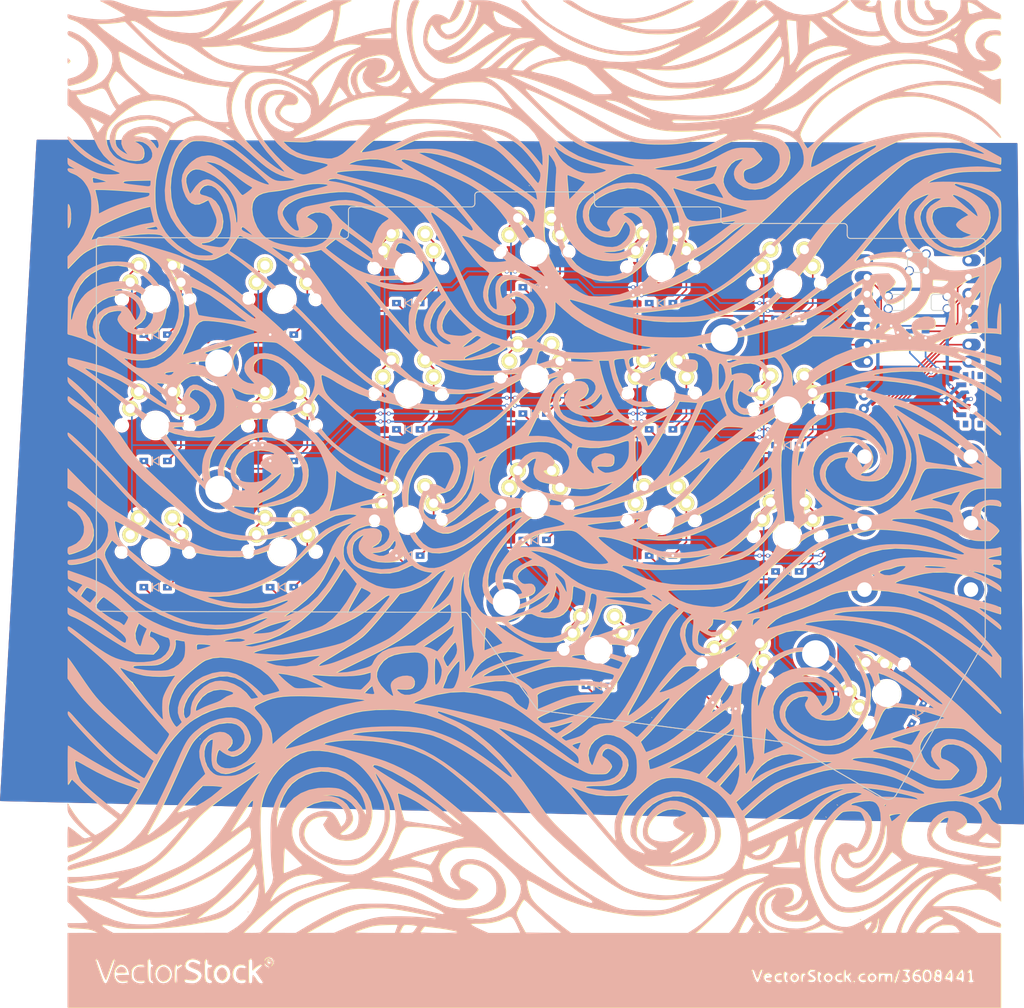
<source format=kicad_pcb>
(kicad_pcb (version 20221018) (generator pcbnew)
  (title_block (title "Corne Chocolate") (date "2018-11-17") (rev "2.1") (company "foostan"))
  (layers (0 "F.Cu" signal) (31 "B.Cu" signal) (34 "B.Paste" user) (35 "F.Paste" user) (36 "B.SilkS" user "B.Silkscreen") (37 "F.SilkS" user "F.Silkscreen") (38 "B.Mask" user) (39 "F.Mask" user) (44 "Edge.Cuts" user))
  (net 0 "")
  (net 1 "row0")
  (net 2 "Net-(D1-A)")
  (net 3 "row1")
  (net 4 "row2")
  (net 5 "row3")
  (net 6 "Net-(D2-A)")
  (net 7 "Net-(D3-A)")
  (net 8 "Net-(D4-A)")
  (net 9 "col0")
  (net 10 "col1")
  (net 11 "col2")
  (net 12 "col3")
  (net 13 "col4")
  (net 14 "col5")
  (net 15 "Net-(D5-A)")
  (net 16 "Net-(D6-A)")
  (net 17 "Net-(D7-A)")
  (net 18 "Net-(D8-A)")
  (net 19 "Net-(D9-A)")
  (net 20 "Net-(D10-A)")
  (net 21 "Net-(D11-A)")
  (net 22 "Net-(D12-A)")
  (net 23 "Net-(D13-A)")
  (net 24 "Net-(D14-A)")
  (net 25 "Net-(D15-A)")
  (net 26 "Net-(D16-A)")
  (net 27 "Net-(D17-A)")
  (net 28 "Net-(D18-A)")
  (net 29 "Net-(D19-A)")
  (net 30 "Net-(D20-A)")
  (net 31 "Net-(D21-A)")
  (net 39 "bat+")
  (net 40 "switch")
  (net 41 "GND")
  (footprint "asdf:D3_TH_SMD" (layer "F.Cu") (at 89 82.46875)
    (fp_text reference "D2" hide)
    (fp_text value "D" hide)
  )
  (footprint "asdf:D3_TH_SMD" (layer "F.Cu") (at 108 77.71875)
    (fp_text reference "D3" hide)
    (fp_text value "D" hide)
  )
  (footprint "asdf:D3_TH_SMD" (layer "F.Cu") (at 127 75.34375)
    (fp_text reference "D4" hide)
    (fp_text value "D" hide)
  )
  (footprint "asdf:D3_TH_SMD" (layer "F.Cu") (at 146 77.71875)
    (fp_text reference "D5" hide)
    (fp_text value "D" hide)
  )
  (footprint "asdf:D3_TH_SMD" (layer "F.Cu") (at 165 80.09375)
    (fp_text reference "D6" hide)
    (fp_text value "D" hide)
  )
  (footprint "asdf:D3_TH_SMD" (layer "F.Cu") (at 89 101.46875)
    (fp_text reference "D8" hide)
    (fp_text value "D" hide)
  )
  (footprint "asdf:D3_TH_SMD" (layer "F.Cu") (at 108 96.71875)
    (fp_text reference "D9" hide)
    (fp_text value "D" hide)
  )
  (footprint "asdf:D3_TH_SMD" (layer "F.Cu") (at 127 94.34375)
    (fp_text reference "D10" hide)
    (fp_text value "D" hide)
  )
  (footprint "asdf:D3_TH_SMD" (layer "F.Cu") (at 146 96.71875)
    (fp_text reference "D11" hide)
    (fp_text value "D" hide)
  )
  (footprint "asdf:D3_TH_SMD" (layer "F.Cu") (at 165 99.09375)
    (fp_text reference "D12" hide)
    (fp_text value "D" hide)
  )
  (footprint "asdf:D3_TH_SMD" (layer "F.Cu") (at 89 120.46875)
    (fp_text reference "D14" hide)
    (fp_text value "D" hide)
  )
  (footprint "asdf:D3_TH_SMD" (layer "F.Cu") (at 108 115.71875)
    (fp_text reference "D15" hide)
    (fp_text value "D" hide)
  )
  (footprint "asdf:D3_TH_SMD" (layer "F.Cu") (at 127 113.34375)
    (fp_text reference "D16" hide)
    (fp_text value "D" hide)
  )
  (footprint "asdf:D3_TH_SMD" (layer "F.Cu") (at 146 115.71875)
    (fp_text reference "D17" hide)
    (fp_text value "D" hide)
  )
  (footprint "asdf:D3_TH_SMD" (layer "F.Cu") (at 165 118.09375)
    (fp_text reference "D18" hide)
    (fp_text value "D" hide)
  )
  (footprint "asdf:D3_TH_SMD" (layer "F.Cu") (at 136.5 135.3125)
    (fp_text reference "D19" hide)
    (fp_text value "D" hide)
  )
  (footprint "asdf:D3_TH_SMD" (layer "F.Cu") (at 155.5 138.28125 -15)
    (fp_text reference "D20" hide)
    (fp_text value "D" hide)
  )
  (footprint "asdf:D3_TH_SMD" (layer "F.Cu") (at 184.59375 139.46875 60)
    (fp_text reference "D21" hide)
    (fp_text value "D" hide)
  )
  (footprint "asdf:MX_ALPS_PG1350_noLed" (layer "F.Cu") (at 89 77.125)
    (fp_text reference "SW2" hide)
    (fp_text value "SW_PUSH" hide)
  )
  (footprint "asdf:MX_ALPS_PG1350_noLed" (layer "F.Cu") (at 108 72.375)
    (fp_text reference "SW3" hide)
    (fp_text value "SW_PUSH" hide)
  )
  (footprint "asdf:MX_ALPS_PG1350_noLed" (layer "F.Cu") (at 127 70)
    (fp_text reference "SW4" hide)
    (fp_text value "SW_PUSH" hide)
  )
  (footprint "asdf:MX_ALPS_PG1350_noLed" (layer "F.Cu") (at 146 72.375)
    (fp_text reference "SW5" hide)
    (fp_text value "SW_PUSH" hide)
  )
  (footprint "asdf:MX_ALPS_PG1350_noLed" (layer "F.Cu") (at 165 74.75)
    (fp_text reference "SW6" hide)
    (fp_text value "SW_PUSH" hide)
  )
  (footprint "asdf:MX_ALPS_PG1350_noLed" (layer "F.Cu") (at 89 96.125)
    (fp_text reference "SW8" hide)
    (fp_text value "SW_PUSH" hide)
  )
  (footprint "asdf:MX_ALPS_PG1350_noLed" (layer "F.Cu") (at 108 91.375)
    (fp_text reference "SW9" hide)
    (fp_text value "SW_PUSH" hide)
  )
  (footprint "asdf:MX_ALPS_PG1350_noLed" (layer "F.Cu") (at 127 89)
    (fp_text reference "SW10" hide)
    (fp_text value "SW_PUSH" hide)
  )
  (footprint "asdf:MX_ALPS_PG1350_noLed" (layer "F.Cu") (at 146 91.375)
    (fp_text reference "SW11" hide)
    (fp_text value "SW_PUSH" hide)
  )
  (footprint "asdf:MX_ALPS_PG1350_noLed" (layer "F.Cu") (at 165 93.75)
    (fp_text reference "SW12" hide)
    (fp_text value "SW_PUSH" hide)
  )
  (footprint "asdf:MX_ALPS_PG1350_noLed" (layer "F.Cu") (at 89 115.125)
    (fp_text reference "SW14" hide)
    (fp_text value "SW_PUSH" hide)
  )
  (footprint "asdf:MX_ALPS_PG1350_noLed" (layer "F.Cu") (at 108 110.375)
    (fp_text reference "SW15" hide)
    (fp_text value "SW_PUSH" hide)
  )
  (footprint "asdf:MX_ALPS_PG1350_noLed" (layer "F.Cu") (at 127 108)
    (fp_text reference "SW16" hide)
    (fp_text value "SW_PUSH" hide)
  )
  (footprint "asdf:MX_ALPS_PG1350_noLed" (layer "F.Cu") (at 146 110.375)
    (fp_text reference "SW17" hide)
    (fp_text value "SW_PUSH" hide)
  )
  (footprint "asdf:MX_ALPS_PG1350_noLed" (layer "F.Cu") (at 165 112.75)
    (fp_text reference "SW18" hide)
    (fp_text value "SW_PUSH" hide)
  )
  (footprint "asdf:MX_ALPS_PG1350_noLed" (layer "F.Cu") (at 136.5 129.9375)
    (fp_text reference "SW19" hide)
    (fp_text value "SW_PUSH" hide)
  )
  (footprint "asdf:MX_ALPS_PG1350_noLed" (layer "F.Cu") (at 157.0625 133.125 -15)
    (fp_text reference "SW20" hide)
    (fp_text value "SW_PUSH" hide)
  )
  (footprint "asdf:MX_ALPS_PG1350_noLed" (layer "F.Cu") (at 179.9375 136.5 60)
    (fp_text reference "SW21" hide)
    (fp_text value "SW_PUSH" hide)
  )
  (footprint "kbd:LEGO_HOLE" (layer "F.Cu") (at 176.593752 110.828003)
    (fp_text reference "")
    (fp_text value "")
  )
  (footprint "" (layer "F.Cu") (at 169.25 130.500032)
    (fp_text reference "")
    (fp_text value "")
  )
  (footprint "" (layer "F.Cu") (at 176.5 93.625)
    (fp_text reference "")
    (fp_text value "")
  )
  (footprint "" (layer "F.Cu") (at 155.51 83)
    (fp_text reference "")
    (fp_text value "")
  )
  (footprint "asdf:D3_TH_SMD" (layer "F.Cu") (at 70 101.46875)
    (fp_text reference "D7" hide)
    (fp_text value "D" hide)
  )
  (footprint "asdf:MX_ALPS_PG1350_noLed" (layer "F.Cu") (at 70 96.125)
    (fp_text reference "SW7" hide)
    (fp_text value "SW_PUSH" hide)
  )
  (footprint "kbd:LEGO_HOLE" (layer "F.Cu") (at 192.593752 120.828003)
    (fp_text reference "")
    (fp_text value "")
  )
  (footprint "" (layer "F.Cu") (at 79.51 86.75)
    (fp_text reference "")
    (fp_text value "")
  )
  (footprint "kbd:LEGO_HOLE" (layer "F.Cu") (at 192.593752 110.828003)
    (fp_text reference "")
    (fp_text value "")
  )
  (footprint "Button_Switch_SMD:SW_SPDT_PCM12" (layer "F.Cu") (at 192.57 92.275 90)
    (fp_text reference "SW22" hide)
    (fp_text value "SW_SPDT" hide)
  )
  (footprint "" (layer "F.Cu") (at 122.75 122.75)
    (fp_text reference "")
    (fp_text value "")
  )
  (footprint "asdf:MX_ALPS_PG1350_noLed" (layer "F.Cu") (at 70 77.125)
    (fp_text reference "SW1" hide)
    (fp_text value "SW_PUSH" hide)
  )
  (footprint "asdf:MX_ALPS_PG1350_noLed" (layer "F.Cu") (at 70 115.125)
    (fp_text reference "SW13" hide)
    (fp_text value "SW_PUSH" hide)
  )
  (footprint "kbd:LEGO_HOLE" (layer "F.Cu") (at 176.593752 120.828003)
    (fp_text reference "")
    (fp_text value "")
  )
  (footprint "asdf:D3_TH_SMD" (layer "F.Cu") (at 70 120.46875)
    (fp_text reference "D13" hide)
    (fp_text value "D" hide)
  )
  (footprint "kbd:LEGO_HOLE" (layer "F.Cu") (at 176.593752 100.828003)
    (fp_text reference "")
    (fp_text value "")
  )
  (footprint "" (layer "F.Cu") (at 176.5 91.625)
    (fp_text reference "")
    (fp_text value "")
  )
  (footprint "asdf:D3_TH_SMD" (layer "F.Cu") (at 70 82.46875)
    (fp_text reference "D1" hide)
    (fp_text value "D" hide)
  )
  (footprint "kbd:Jumper" (layer "F.Cu") (at 183.40625 82.46875 -90)
    (fp_text reference "JP5" hide)
    (fp_text value " ")
  )
  (footprint "" (layer "F.Cu") (at 79.51 105.75)
    (fp_text reference "")
    (fp_text value "")
  )
  (footprint "kbd:LEGO_HOLE" (layer "F.Cu") (at 192.593752 100.828003)
    (fp_text reference "")
    (fp_text value "")
  )
  (footprint "asdf:xiao-ble-smd-cutout" (layer "F.Cu") (at 184.59375 78.90625)
    (fp_text reference "U1" hide)
    (fp_text value "xiao-ble" hide)
    (fp_line (start -4.699 -0.7488) (end -4.699 -1.7902) (stroke (width 0.12)) (layer "Edge.Cuts"))
    (fp_line (start -4.0132 -2.476) (end -2.413 -2.476) (stroke (width 0.12)) (layer "Edge.Cuts"))
    (fp_line (start -2.413 -0.063) (end -4.0132 -0.063) (stroke (width 0.12)) (layer "Edge.Cuts"))
    (fp_line (start -2.032 -2.095) (end -2.032 -0.444) (stroke (width 0.12)) (layer "Edge.Cuts"))
    (fp_line (start -1.524 -6.4638) (end -1.524 -8.1402) (stroke (width 0.12)) (layer "Edge.Cuts"))
    (fp_line (start -1.524 -6.4638) (end -1.524 -8.1402) (stroke (width 0.12)) (layer "Edge.Cuts"))
    (fp_line (start -0.8382 -8.826) (end 0.8382 -8.826) (stroke (width 0.12)) (layer "Edge.Cuts"))
    (fp_line (start -0.8382 -5.778) (end 0.8382 -5.778) (stroke (width 0.12)) (layer "Edge.Cuts"))
    (fp_line (start 0.8382 -8.826) (end -0.8382 -8.826) (stroke (width 0.12)) (layer "Edge.Cuts"))
    (fp_line (start 0.8382 -5.778) (end -0.8382 -5.778) (stroke (width 0.12)) (layer "Edge.Cuts"))
    (fp_line (start 1.524 -6.4638) (end 1.524 -8.1402) (stroke (width 0.12)) (layer "Edge.Cuts"))
    (fp_line (start 1.524 -6.4638) (end 1.524 -8.1402) (stroke (width 0.12)) (layer "Edge.Cuts"))
    (fp_line (start 2.032 -2.095) (end 2.032 -0.444) (stroke (width 0.12)) (layer "Edge.Cuts"))
    (fp_line (start 2.413 -0.063) (end 4.0132 -0.063) (stroke (width 0.12)) (layer "Edge.Cuts"))
    (fp_line (start 4.0132 -2.476) (end 2.413 -2.476) (stroke (width 0.12)) (layer "Edge.Cuts"))
    (fp_line (start 4.699 -0.7488) (end 4.699 -1.7902) (stroke (width 0.12)) (layer "Edge.Cuts"))
    (fp_arc (start -4.699 -0.7488) (mid -4.095391 -0.666609) (end -4.0132 -0.063) (stroke (width 0.12)) (layer "Edge.Cuts"))
    (fp_arc (start -4.0132 -2.476) (mid -4.095391 -1.872391) (end -4.699 -1.7902) (stroke (width 0.12)) (layer "Edge.Cuts"))
    (fp_arc (start -2.413 -2.476) (mid -2.143592 -2.364408) (end -2.032 -2.095) (stroke (width 0.12)) (layer "Edge.Cuts"))
    (fp_arc (start -2.032 -0.444) (mid -2.143592 -0.174592) (end -2.413 -0.063) (stroke (width 0.12)) (layer "Edge.Cuts"))
    (fp_arc (start -1.524 -6.4638) (mid -0.920391 -6.381609) (end -0.8382 -5.778) (stroke (width 0.12)) (layer "Edge.Cuts"))
    (fp_arc (start -1.524 -6.4638) (mid -0.920391 -6.381609) (end -0.8382 -5.778) (stroke (width 0.12)) (layer "Edge.Cuts"))
    (fp_arc (start -0.8382 -8.826) (mid -0.920393 -8.222393) (end -1.524 -8.1402) (stroke (width 0.12)) (layer "Edge.Cuts"))
    (fp_arc (start -0.8382 -8.826) (mid -0.920391 -8.222391) (end -1.524 -8.1402) (stroke (width 0.12)) (layer "Edge.Cuts"))
    (fp_arc (start 0.8382 -5.778) (mid 0.920391 -6.381609) (end 1.524 -6.4638) (stroke (width 0.12)) (layer "Edge.Cuts"))
    (fp_arc (start 0.8382 -5.778) (mid 0.920391 -6.381609) (end 1.524 -6.4638) (stroke (width 0.12)) (layer "Edge.Cuts"))
    (fp_arc (start 1.524 -8.1402) (mid 0.920393 -8.222393) (end 0.8382 -8.826) (stroke (width 0.12)) (layer "Edge.Cuts"))
    (fp_arc (start 1.524 -8.1402) (mid 0.920393 -8.222393) (end 0.8382 -8.826) (stroke (width 0.12)) (layer "Edge.Cuts"))
    (fp_arc (start 2.032 -2.095) (mid 2.143592 -2.364408) (end 2.413 -2.476) (stroke (width 0.12)) (layer "Edge.Cuts"))
    (fp_arc (start 2.413 -0.063) (mid 2.143592 -0.174592) (end 2.032 -0.444) (stroke (width 0.12)) (layer "Edge.Cuts"))
    (fp_arc (start 4.0132 -0.063) (mid 4.095393 -0.666607) (end 4.699 -0.7488) (stroke (width 0.12)) (layer "Edge.Cuts"))
    (fp_arc (start 4.699 -1.7902) (mid 4.095393 -1.872393) (end 4.0132 -2.476) (stroke (width 0.12)) (layer "Edge.Cuts"))
  )
  (footprint "kbd:Jumper" (layer "F.Cu") (at 185.78125 82.46875 -90)
    (fp_text reference "JP5" hide)
    (fp_text value " ")
  )
  (footprint "asdf:wavesantoerherone" (layer "F.Cu") (at 127 108)
    (fp_text reference "G***")
    (fp_text value "LOGO" hide)
  )
  (footprint "kbd:Jumper" (layer "B.Cu") (at 183.40625 82.46875 -90)
    (fp_text reference "JP5" hide)
    (fp_text value " ")
  )
  (footprint "Button_Switch_SMD:SW_SPDT_PCM12" (layer "B.Cu") (at 192.57 92.275 -90)
    (fp_text reference "SW22" hide)
    (fp_text value "SW_SPDT" hide)
  )
  (footprint "kbd:Jumper" (layer "B.Cu") (at 185.78125 82.46875 -90)
    (fp_text reference "JP5" hide)
    (fp_text value " ")
  )
  (footprint "asdf:wavesantoerheroneFLIPPED" (layer "B.Cu") (at 126.916053 107.927697 180)
    (fp_text reference "G***")
    (fp_text value "LOGO" hide)
  )
  (gr_line (start 116.5 124.25) (end 61.59375 124.09375) (stroke (width 0.15)) (layer "Edge.Cuts"))
  (gr_line (start 61.09375 94.34375) (end 61.09375 75.34375) (stroke (width 0.15)) (layer "Edge.Cuts"))
  (gr_line (start 61.09375 94.34375) (end 61.09375 113.34375) (stroke (width 0.15)) (layer "Edge.Cuts"))
  (gr_line (start 194.75 68.5) (end 194.75 127.975) (stroke (width 0.15)) (layer "Edge.Cuts"))
  (gr_line (start 155 65.25) (end 155 63.75) (stroke (width 0.15)) (layer "Edge.Cuts"))
  (gr_arc (start 194.75 127.975) (mid 194.695218 128.426668) (end 194.522764 128.847696) (stroke (width 0.15)) (layer "Edge.Cuts"))
  (gr_line (start 136 62.75) (end 136 61.5) (stroke (width 0.15)) (layer "Edge.Cuts"))
  (gr_line (start 61.09375 75.34375) (end 61.09375 68.34375) (stroke (width 0.15)) (layer "Edge.Cuts"))
  (gr_arc (start 194.25 68) (mid 194.603553 68.146447) (end 194.75 68.5) (stroke (width 0.15)) (layer "Edge.Cuts"))
  (gr_line (start 117.5 63.25) (end 99.5 63.25) (stroke (width 0.15)) (layer "Edge.Cuts"))
  (gr_arc (start 99 63.75) (mid 99.146447 63.396447) (end 99.5 63.25) (stroke (width 0.15)) (layer "Edge.Cuts"))
  (gr_line (start 98.5 68) (end 61.59375 67.84375) (stroke (width 0.15)) (layer "Edge.Cuts"))
  (gr_arc (start 127.75 139) (mid 127.558658 138.96194) (end 127.396447 138.853553) (stroke (width 0.15)) (layer "Edge.Cuts"))
  (gr_line (start 173.5 65.75) (end 155.5 65.75) (stroke (width 0.15)) (layer "Edge.Cuts"))
  (gr_line (start 165.075 143.9) (end 179.369251 152.160956) (stroke (width 0.15)) (layer "Edge.Cuts"))
  (gr_arc (start 99 67.5) (mid 98.853553 67.853553) (end 98.5 68) (stroke (width 0.15)) (layer "Edge.Cuts"))
  (gr_arc (start 61.59375 124.09375) (mid 61.240229 123.947286) (end 61.09375 123.59375) (stroke (width 0.15)) (layer "Edge.Cuts"))
  (gr_line (start 135.5 61) (end 118.5 61) (stroke (width 0.15)) (layer "Edge.Cuts"))
  (gr_line (start 154.5 63.25) (end 136.5 63.25) (stroke (width 0.15)) (layer "Edge.Cuts"))
  (gr_arc (start 181.297263 151.781465) (mid 180.412069 152.371617) (end 179.369251 152.160956) (stroke (width 0.15)) (layer "Edge.Cuts"))
  (gr_line (start 116.853553 124.396447) (end 127.396447 138.853553) (stroke (width 0.15)) (layer "Edge.Cuts"))
  (gr_arc (start 155.5 65.75) (mid 155.146447 65.603553) (end 155 65.25) (stroke (width 0.15)) (layer "Edge.Cuts"))
  (gr_arc (start 135.5 61) (mid 135.853553 61.146447) (end 136 61.5) (stroke (width 0.15)) (layer "Edge.Cuts"))
  (gr_line (start 118 61.5) (end 118 62.75) (stroke (width 0.15)) (layer "Edge.Cuts"))
  (gr_arc (start 173.5 65.75) (mid 173.853553 65.896447) (end 174 66.25) (stroke (width 0.15)) (layer "Edge.Cuts"))
  (gr_line (start 127.75 139) (end 164.420555 143.770344) (stroke (width 0.15)) (layer "Edge.Cuts"))
  (gr_arc (start 154.5 63.25) (mid 154.853553 63.396447) (end 155 63.75) (stroke (width 0.15)) (layer "Edge.Cuts"))
  (gr_line (start 99 63.75) (end 99 67.5) (stroke (width 0.15)) (layer "Edge.Cuts"))
  (gr_line (start 181.297263 151.781465) (end 194.525 128.85) (stroke (width 0.15)) (layer "Edge.Cuts"))
  (gr_arc (start 118 62.75) (mid 117.853553 63.103553) (end 117.5 63.25) (stroke (width 0.15)) (layer "Edge.Cuts"))
  (gr_arc (start 164.420555 143.770344) (mid 164.750952 143.819149) (end 165.075 143.9) (stroke (width 0.15)) (layer "Edge.Cuts"))
  (gr_arc (start 116.5 124.25) (mid 116.691342 124.28806) (end 116.853553 124.396447) (stroke (width 0.15)) (layer "Edge.Cuts"))
  (gr_arc (start 136.5 63.25) (mid 136.146447 63.103553) (end 136 62.75) (stroke (width 0.15)) (layer "Edge.Cuts"))
  (gr_arc (start 174.5 68) (mid 174.146447 67.853553) (end 174 67.5) (stroke (width 0.15)) (layer "Edge.Cuts"))
  (gr_line (start 61.09375 113.34375) (end 61.09375 123.59375) (stroke (width 0.15)) (layer "Edge.Cuts"))
  (gr_line (start 174 66.25) (end 174 67.5) (stroke (width 0.15)) (layer "Edge.Cuts"))
  (gr_arc (start 118 61.5) (mid 118.146447 61.146447) (end 118.5 61) (stroke (width 0.15)) (layer "Edge.Cuts"))
  (gr_arc (start 61.09375 68.34375) (mid 61.240194 67.990179) (end 61.59375 67.84375) (stroke (width 0.15)) (layer "Edge.Cuts"))
  (gr_line (start 194.25 68) (end 174.5 68) (stroke (width 0.15)) (layer "Edge.Cuts"))
  (segment (start 126.40625 76.53125) (end 126.40625 76.525) (width 0.25) (layer "F.Cu") (net 1))
  (segment (start 126.40625 76.525) (end 125.225 75.34375) (width 0.25) (layer "F.Cu") (net 1))
  (segment (start 80.608708 83.146447) (end 81.118511 83.65625) (width 0.25) (layer "F.Cu") (net 1))
  (segment (start 126.40625 76.53125) (end 133.53125 76.53125) (width 0.25) (layer "F.Cu") (net 1))
  (segment (start 145.40625 78.90625) (end 152.53125 78.90625) (width 0.25) (layer "F.Cu") (net 1))
  (segment (start 88.40625 83.65) (end 87.225 82.46875) (width 0.25) (layer "F.Cu") (net 1))
  (segment (start 88.40625 83.65625) (end 95.53125 83.65625) (width 0.25) (layer "F.Cu") (net 1))
  (segment (start 172.455 83.98625) (end 176.97375 83.98625) (width 0.25) (layer "F.Cu") (net 1))
  (segment (start 164.40625 81.28125) (end 169.75 81.28125) (width 0.25) (layer "F.Cu") (net 1))
  (segment (start 107.40625 78.90625) (end 107.40625 78.9) (width 0.25) (layer "F.Cu") (net 1))
  (segment (start 116.90625 76.53125) (end 126.40625 76.53125) (width 0.25) (layer "F.Cu") (net 1))
  (segment (start 143.625 78.90625) (end 145.40625 78.90625) (width 0.25) (layer "F.Cu") (net 1))
  (segment (start 133.53125 76.53125) (end 135.90625 78.90625) (width 0.25) (layer "F.Cu") (net 1))
  (segment (start 108.59375 78.90625) (end 114.53125 78.90625) (width 0.25) (layer "F.Cu") (net 1))
  (segment (start 69.40625 83.65625) (end 77.901489 83.65625) (width 0.25) (layer "F.Cu") (net 1))
  (segment (start 114.53125 78.90625) (end 116.90625 76.53125) (width 0.25) (layer "F.Cu") (net 1))
  (segment (start 68.225 82.475) (end 69.40625 83.65625) (width 0.25) (layer "F.Cu") (net 1))
  (segment (start 152.53125 78.90625) (end 153.271447 79.646447) (width 0.25) (layer "F.Cu") (net 1))
  (segment (start 153.271447 79.646447) (end 162.771447 79.646447) (width 0.25) (layer "F.Cu") (net 1))
  (segment (start 100.28125 78.90625) (end 107.40625 78.90625) (width 0.25) (layer "F.Cu") (net 1))
  (segment (start 163.225 80.1) (end 163.225 80.09375) (width 0.25) (layer "F.Cu") (net 1))
  (segment (start 77.901489 83.65625) (end 78.411292 83.146447) (width 0.25) (layer "F.Cu") (net 1))
  (segment (start 107.40625 78.9) (end 106.225 77.71875) (width 0.25) (layer "F.Cu") (net 1))
  (segment (start 135.90625 78.90625) (end 143.625 78.90625) (width 0.25) (layer "F.Cu") (net 1))
  (segment (start 145.40625 78.9) (end 144.225 77.71875) (width 0.25) (layer "F.Cu") (net 1))
  (segment (start 78.411292 83.146447) (end 80.608708 83.146447) (width 0.25) (layer "F.Cu") (net 1))
  (segment (start 88.40625 83.65625) (end 88.40625 83.65) (width 0.25) (layer "F.Cu") (net 1))
  (segment (start 95.53125 83.65625) (end 100.28125 78.90625) (width 0.25) (layer "F.Cu") (net 1))
  (segment (start 145.40625 78.90625) (end 145.40625 78.9) (width 0.25) (layer "F.Cu") (net 1))
  (segment (start 81.118511 83.65625) (end 88.40625 83.65625) (width 0.25) (layer "F.Cu") (net 1))
  (segment (start 164.40625 81.28125) (end 163.225 80.1) (width 0.25) (layer "F.Cu") (net 1))
  (segment (start 162.771447 79.646447) (end 164.40625 81.28125) (width 0.25) (layer "F.Cu") (net 1))
  (segment (start 169.75 81.28125) (end 172.455 83.98625) (width 0.25) (layer "F.Cu") (net 1))
  (segment (start 107.40625 78.90625) (end 108.59375 78.90625) (width 0.25) (layer "F.Cu") (net 1))
  (segment (start 68.225 82.46875) (end 68.225 82.475) (width 0.25) (layer "F.Cu") (net 1))
  (via (at 68.225 82.46875) (size 0.6) (drill 0.4) (layers "F.Cu" "B.Cu") (net 1))
  (via (at 144.225 77.71875) (size 0.6) (drill 0.4) (layers "F.Cu" "B.Cu") (net 1))
  (via (at 87.225 82.46875) (size 0.6) (drill 0.4) (layers "F.Cu" "B.Cu") (net 1))
  (via (at 125.225 75.34375) (size 0.6) (drill 0.4) (layers "F.Cu" "B.Cu") (net 1))
  (via (at 163.225 80.09375) (size 0.6) (drill 0.4) (layers "F.Cu" "B.Cu") (net 1))
  (via (at 106.225 77.71875) (size 0.6) (drill 0.4) (layers "F.Cu" "B.Cu") (net 1))
  (segment (start 73.81 74.585) (end 73.81 80.43375) (width 0.25) (layer "F.Cu") (net 2))
  (segment (start 73.81 80.43375) (end 71.775 82.46875) (width 0.25) (layer "F.Cu") (net 2))
  (segment (start 73.81 73.315) (end 73.81 74.585) (width 0.25) (layer "F.Cu") (net 2))
  (segment (start 72.54 72.045) (end 73.81 73.315) (width 0.25) (layer "F.Cu") (net 2))
  (via (at 71.775 82.46875) (size 0.6) (drill 0.4) (layers "F.Cu" "B.Cu") (net 2))
  (segment (start 163.225 99.1) (end 163.225 99.09375) (width 0.25) (layer "F.Cu") (net 3))
  (segment (start 106.225 96.725) (end 106.225 96.71875) (width 0.25) (layer "F.Cu") (net 3))
  (segment (start 126.40625 95.53125) (end 126.40625 95.525) (width 0.25) (layer "F.Cu") (net 3))
  (segment (start 133.53125 95.53125) (end 126.40625 95.53125) (width 0.25) (layer "F.Cu") (net 3))
  (segment (start 164.40625 100.28125) (end 170.423166 100.28125) (width 0.25) (layer "F.Cu") (net 3))
  (segment (start 88.396447 102.646447) (end 81.108708 102.646447) (width 0.25) (layer "F.Cu") (net 3))
  (segment (start 164.40625 100.28125) (end 154.90625 100.28125) (width 0.25) (layer "F.Cu") (net 3))
  (segment (start 87.225 101.475) (end 87.225 101.46875) (width 0.25) (layer "F.Cu") (net 3))
  (segment (start 81.108708 102.646447) (end 80.608708 102.146447) (width 0.25) (layer "F.Cu") (net 3))
  (segment (start 126.40625 95.525) (end 125.225 94.34375) (width 0.25) (layer "F.Cu") (net 3))
  (segment (start 78.411292 102.146447) (end 77.911292 102.646447) (width 0.25) (layer "F.Cu") (net 3))
  (segment (start 135.90625 97.90625) (end 133.53125 95.53125) (width 0.25) (layer "F.Cu") (net 3))
  (segment (start 116.90625 95.53125) (end 114.53125 97.90625) (width 0.25) (layer "F.Cu") (net 3))
  (segment (start 176.991603 95.596447) (end 191.1418 81.44625) (width 0.25) (layer "F.Cu") (net 3))
  (segment (start 88.40625 102.65625) (end 88.396447 102.646447) (width 0.25) (layer "F.Cu") (net 3))
  (segment (start 80.608708 102.146447) (end 78.411292 102.146447) (width 0.25) (layer "F.Cu") (net 3))
  (segment (start 175.107969 95.596447) (end 176.991603 95.596447) (width 0.25) (layer "F.Cu") (net 3))
  (segment (start 114.53125 97.90625) (end 107.40625 97.90625) (width 0.25) (layer "F.Cu") (net 3))
  (segment (start 107.40625 97.90625) (end 106.225 96.725) (width 0.25) (layer "F.Cu") (net 3))
  (segment (start 88.40625 102.65625) (end 87.225 101.475) (width 0.25) (layer "F.Cu") (net 3))
  (segment (start 77.911292 102.646447) (end 69.402697 102.646447) (width 0.25) (layer "F.Cu") (net 3))
  (segment (start 100.28125 97.90625) (end 95.53125 102.65625) (width 0.25) (layer "F.Cu") (net 3))
  (segment (start 191.1418 81.44625) (end 192.21375 81.44625) (width 0.25) (layer "F.Cu") (net 3))
  (segment (start 95.53125 102.65625) (end 88.40625 102.65625) (width 0.25) (layer "F.Cu") (net 3))
  (segment (start 145.40625 97.90625) (end 145.40625 97.9) (width 0.25) (layer "F.Cu") (net 3))
  (segment (start 145.40625 97.90625) (end 135.90625 97.90625) (width 0.25) (layer "F.Cu") (net 3))
  (segment (start 154.90625 100.28125) (end 152.53125 97.90625) (width 0.25) (layer "F.Cu") (net 3))
  (segment (start 164.40625 100.28125) (end 163.225 99.1) (width 0.25) (layer "F.Cu") (net 3))
  (segment (start 69.402697 102.646447) (end 68.225 101.46875) (width 0.25) (layer "F.Cu") (net 3))
  (segment (start 107.40625 97.90625) (end 100.28125 97.90625) (width 0.25) (layer "F.Cu") (net 3))
  (segment (start 126.40625 95.53125) (end 116.90625 95.53125) (width 0.25) (layer "F.Cu") (net 3))
  (segment (start 152.53125 97.90625) (end 145.40625 97.90625) (width 0.25) (layer "F.Cu") (net 3))
  (segment (start 145.40625 97.9) (end 144.225 96.71875) (width 0.25) (layer "F.Cu") (net 3))
  (segment (start 170.423166 100.28125) (end 175.107969 95.596447) (width 0.25) (layer "F.Cu") (net 3))
  (via (at 106.225 96.71875) (size 0.6) (drill 0.4) (layers "F.Cu" "B.Cu") (net 3))
  (via (at 144.225 96.71875) (size 0.6) (drill 0.4) (layers "F.Cu" "B.Cu") (net 3))
  (via (at 87.225 101.46875) (size 0.6) (drill 0.4) (layers "F.Cu" "B.Cu") (net 3))
  (via (at 68.225 101.46875) (size 0.6) (drill 0.4) (layers "F.Cu" "B.Cu") (net 3))
  (via (at 163.225 99.09375) (size 0.6) (drill 0.4) (layers "F.Cu" "B.Cu") (net 3))
  (via (at 125.225 94.34375) (size 0.6) (drill 0.4) (layers "F.Cu" "B.Cu") (net 3))
  (segment (start 179.875 80) (end 179.103553 79.228553) (width 0.25) (layer "F.Cu") (net 4))
  (segment (start 69.40625 121.65625) (end 88.40625 121.65625) (width 0.25) (layer "F.Cu") (net 4))
  (segment (start 133.53125 114.53125) (end 135.90625 116.90625) (width 0.25) (layer "F.Cu") (net 4))
  (segment (start 186.356065 88.141173) (end 177.550791 96.946447) (width 0.25) (layer "F.Cu") (net 4))
  (segment (start 164.40625 119.28125) (end 164.40625 119.275) (width 0.25) (layer "F.Cu") (net 4))
  (segment (start 177.550791 96.946447) (end 175.667157 96.946447) (width 0.25) (layer "F.Cu") (net 4))
  (segment (start 88.40625 121.65625) (end 88.40625 121.65) (width 0.25) (layer "F.Cu") (net 4))
  (segment (start 192.21375 73.82625) (end 190.603553 75.436447) (width 0.25) (layer "F.Cu") (net 4))
  (segment (start 154.90625 119.28125) (end 164.40625 119.28125) (width 0.25) (layer "F.Cu") (net 4))
  (segment (start 190.153553 77.790051) (end 190.153553 80.501243) (width 0.25) (layer "F.Cu") (net 4))
  (segment (start 100.28125 116.90625) (end 107.40625 116.90625) (width 0.25) (layer "F.Cu") (net 4))
  (segment (start 145.40625 116.9) (end 144.225 115.71875) (width 0.25) (layer "F.Cu") (net 4))
  (segment (start 190.603553 75.436447) (end 190.603553 77.340051) (width 0.25) (layer "F.Cu") (net 4))
  (segment (start 181.60043 82.146447) (end 181.60043 80.22543) (width 0.25) (layer "F.Cu") (net 4))
  (segment (start 69.40625 121.65625) (end 68.225 120.475) (width 0.25) (layer "F.Cu") (net 4))
  (segment (start 145.40625 116.90625) (end 152.53125 116.90625) (width 0.25) (layer "F.Cu") (net 4))
  (segment (start 95.53125 121.65625) (end 100.28125 116.90625) (width 0.25) (layer "F.Cu") (net 4))
  (segment (start 184.228173 81.146447) (end 183.40625 81.96837) (width 0.25) (layer "F.Cu") (net 4))
  (segment (start 179.103553 79.228553) (end 179.103553 75.956053) (width 0.25) (layer "F.Cu") (net 4))
  (segment (start 135.90625 116.90625) (end 145.40625 116.90625) (width 0.25) (layer "F.Cu") (net 4))
  (segment (start 181.375 80) (end 179.875 80) (width 0.25) (layer "F.Cu") (net 4))
  (segment (start 107.40625 116.90625) (end 107.40625 116.9) (width 0.25) (layer "F.Cu") (net 4))
  (segment (start 179.103553 75.956053) (end 176.97375 73.82625) (width 0.25) (layer "F.Cu") (net 4))
  (segment (start 107.40625 116.90625) (end 114.53125 116.90625) (width 0.25) (layer "F.Cu") (net 4))
  (segment (start 189.532415 81.146447) (end 184.228173 81.146447) (width 0.25) (layer "F.Cu") (net 4))
  (segment (start 172.205 100.408604) (end 172.205 116.82625) (width 0.25) (layer "F.Cu") (net 4))
  (segment (start 164.40625 119.275) (end 163.225 118.09375) (width 0.25) (layer "F.Cu") (net 4))
  (segment (start 116.90625 114.53125) (end 126.40625 114.53125) (width 0.25) (layer "F.Cu") (net 4))
  (segment (start 88.40625 121.65) (end 87.225 120.46875) (width 0.25) (layer "F.Cu") (net 4))
  (segment (start 114.53125 116.90625) (end 116.90625 114.53125) (width 0.25) (layer "F.Cu") (net 4))
  (segment (start 190.08875 80.590112) (end 189.532415 81.146447) (width 0.25) (layer "F.Cu") (net 4))
  (segment (start 169.75 119.28125) (end 164.40625 119.28125) (width 0.25) (layer "F.Cu") (net 4))
  (segment (start 145.40625 116.90625) (end 145.40625 116.9) (width 0.25) (layer "F.Cu") (net 4))
  (segment (start 175.667157 96.946447) (end 172.205 100.408604) (width 0.25) (layer "F.Cu") (net 4))
  (segment (start 190.153553 80.501243) (end 190.08875 80.566046) (width 0.25) (layer "F.Cu") (net 4))
  (segment (start 172.205 116.82625) (end 169.75 119.28125) (width 0.25) (layer "F.Cu") (net 4))
  (segment (start 181.60043 80.22543) (end 181.375 80) (width 0.25) (layer "F.Cu") (net 4))
  (segment (start 190.603553 77.340051) (end 190.153553 77.790051) (width 0.25) (layer "F.Cu") (net 4))
  (segment (start 88.40625 121.65625) (end 95.53125 121.65625) (width 0.25) (layer "F.Cu") (net 4))
  (segment (start 126.40625 114.525) (end 125.225 113.34375) (width 0.25) (layer "F.Cu") (net 4))
  (segment (start 126.40625 114.53125) (end 133.53125 114.53125) (width 0.25) (layer "F.Cu") (net 4))
  (segment (start 190.08875 80.566046) (end 190.08875 80.590112) (width 0.25) (layer "F.Cu") (net 4))
  (segment (start 152.53125 116.90625) (end 154.90625 119.28125) (width 0.25) (layer "F.Cu") (net 4))
  (segment (start 186.603553 88.141173) (end 186.356065 88.141173) (width 0.25) (layer "F.Cu") (net 4))
  (segment (start 107.40625 116.9) (end 106.225 115.71875) (width 0.25) (layer "F.Cu") (net 4))
  (segment (start 126.40625 114.53125) (end 126.40625 114.525) (width 0.25) (layer "F.Cu") (net 4))
  (segment (start 68.225 120.475) (end 68.225 120.46875) (width 0.25) (layer "F.Cu") (net 4))
  (via (at 181.60043 82.146447) (size 0.6) (drill 0.4) (layers "F.Cu" "B.Cu") (net 4))
  (via (at 163.225 118.09375) (size 0.6) (drill 0.4) (layers "F.Cu" "B.Cu") (net 4))
  (via (at 87.225 120.46875) (size 0.6) (drill 0.4) (layers "F.Cu" "B.Cu") (net 4))
  (via (at 68.225 120.46875) (size 0.6) (drill 0.4) (layers "F.Cu" "B.Cu") (net 4))
  (via (at 125.225 113.34375) (size 0.6) (drill 0.4) (layers "F.Cu" "B.Cu") (net 4))
  (via (at 144.225 115.71875) (size 0.6) (drill 0.4) (layers "F.Cu" "B.Cu") (net 4))
  (via (at 186.603553 88.141173) (size 0.6) (drill 0.4) (layers "F.Cu" "B.Cu") (net 4))
  (via (at 106.225 115.71875) (size 0.6) (drill 0.4) (layers "F.Cu" "B.Cu") (net 4))
  (via (at 183.40625 82.96913) (size 0.6) (drill 0.4) (layers "F.Cu" "B.Cu") (net 4))
  (segment (start 181.60043 82.146447) (end 181.778507 81.96837) (width 0.25) (layer "B.Cu") (net 4))
  (segment (start 186.334673 88.141173) (end 183.40625 85.21275) (width 0.25) (layer "B.Cu") (net 4))
  (segment (start 186.603553 88.141173) (end 186.334673 88.141173) (width 0.25) (layer "B.Cu") (net 4))
  (segment (start 183.40625 85.21275) (end 183.40625 82.96913) (width 0.25) (layer "B.Cu") (net 4))
  (segment (start 181.778507 81.96837) (end 183.40625 81.96837) (width 0.25) (layer "B.Cu") (net 4))
  (segment (start 187.603553 87.625) (end 187.603553 88.146447) (width 0.25) (layer "F.Cu") (net 5))
  (segment (start 190.53875 80.752442) (end 190.53875 80.776508) (width 0.25) (layer "F.Cu") (net 5))
  (segment (start 152.463636 136.5) (end 153.785482 137.821846) (width 0.25) (layer "F.Cu") (net 5))
  (segment (start 158.088045 142.124409) (end 172.5 142.124409) (width 0.25) (layer "F.Cu") (net 5))
  (segment (start 172.5 142.124409) (end 182.587786 142.124409) (width 0.25) (layer "F.Cu") (net 5))
  (segment (start 180.021447 81.146447) (end 178.603553 79.728553) (width 0.25) (layer "F.Cu") (net 5))
  (segment (start 187.603553 88.146447) (end 186.984327 88.765673) (width 0.25) (layer "F.Cu") (net 5))
  (segment (start 190.53875 80.776508) (end 189.346888 81.96837) (width 0.25) (layer "F.Cu") (net 5))
  (segment (start 190.603553 77.976447) (end 190.603553 80.687639) (width 0.25) (layer "F.Cu") (net 5))
  (segment (start 186.984327 88.765673) (end 186.367961 88.765673) (width 0.25) (layer "F.Cu") (net 5))
  (segment (start 135.9125 136.5) (end 134.725 135.3125) (width 0.25) (layer "F.Cu") (net 5))
  (segment (start 180.603553 81.146447) (end 180.021447 81.146447) (width 0.25) (layer "F.Cu") (net 5))
  (segment (start 172.655 141.469409) (end 172 142.124409) (width 0.25) (layer "F.Cu") (net 5))
  (segment (start 192.21375 76.36625) (end 190.603553 77.976447) (width 0.25) (layer "F.Cu") (net 5))
  (segment (start 190.603553 80.687639) (end 190.53875 80.752442) (width 0.25) (layer "F.Cu") (net 5))
  (segment (start 189.346888 81.96837) (end 185.78125 81.96837) (width 0.25) (layer "F.Cu") (net 5))
  (segment (start 177.737187 97.396447) (end 175.853553 97.396447) (width 0.25) (layer "F.Cu") (net 5))
  (segment (start 172.655 100.595) (end 172.655 141.469409) (width 0.25) (layer "F.Cu") (net 5))
  (segment (start 178.603553 77.996053) (end 176.97375 76.36625) (width 0.25) (layer "F.Cu") (net 5))
  (segment (start 186.367961 88.765673) (end 177.737187 97.396447) (width 0.25) (layer "F.Cu") (net 5))
  (segment (start 182.587786 142.124409) (end 183.70625 141.005945) (width 0.25) (layer "F.Cu") (net 5))
  (segment (start 135.9125 136.5) (end 152.463636 136.5) (width 0.25) (layer "F.Cu") (net 5))
  (segment (start 175.853553 97.396447) (end 172.655 100.595) (width 0.25) (layer "F.Cu") (net 5))
  (segment (start 178.603553 79.728553) (end 178.603553 77.996053) (width 0.25) (layer "F.Cu") (net 5))
  (segment (start 153.785482 137.821846) (end 158.088045 142.124409) (width 0.25) (layer "F.Cu") (net 5))
  (via (at 134.725 135.3125) (size 0.6) (drill 0.4) (layers "F.Cu" "B.Cu") (net 5))
  (via (at 180.603553 81.146447) (size 0.6) (drill 0.4) (layers "F.Cu" "B.Cu") (net 5))
  (via (at 153.785482 137.821846) (size 0.6) (drill 0.4) (layers "F.Cu" "B.Cu") (net 5))
  (via (at 185.78125 82.96913) (size 0.6) (drill 0.4) (layers "F.Cu" "B.Cu") (net 5))
  (via (at 187.603553 87.625) (size 0.6) (drill 0.4) (layers "F.Cu" "B.Cu") (net 5))
  (via (at 183.70625 141.005945) (size 0.6) (drill 0.4) (layers "F.Cu" "B.Cu") (net 5))
  (segment (start 185.78125 85.802697) (end 185.78125 82.96913) (width 0.25) (layer "B.Cu") (net 5))
  (segment (start 184.959327 81.146447) (end 185.78125 81.96837) (width 0.25) (layer "B.Cu") (net 5))
  (segment (start 180.603553 81.146447) (end 184.959327 81.146447) (width 0.25) (layer "B.Cu") (net 5))
  (segment (start 187.603553 87.625) (end 185.78125 85.802697) (width 0.25) (layer "B.Cu") (net 5))
  (segment (start 92.81 80.43375) (end 90.775 82.46875) (width 0.25) (layer "F.Cu") (net 6))
  (segment (start 92.81 73.315) (end 92.81 74.585) (width 0.25) (layer "F.Cu") (net 6))
  (segment (start 91.54 72.045) (end 92.81 73.315) (width 0.25) (layer "F.Cu") (net 6))
  (segment (start 92.81 74.585) (end 92.81 80.43375) (width 0.25) (layer "F.Cu") (net 6))
  (via (at 90.775 82.46875) (size 0.6) (drill 0.4) (layers "F.Cu" "B.Cu") (net 6))
  (segment (start 111.81 68.565) (end 111.81 69.835) (width 0.25) (layer "F.Cu") (net 7))
  (segment (start 110.54 67.295) (end 111.81 68.565) (width 0.25) (layer "F.Cu") (net 7))
  (segment (start 111.81 75.68375) (end 109.775 77.71875) (width 0.25) (layer "F.Cu") (net 7))
  (segment (start 111.81 69.835) (end 111.81 75.68375) (width 0.25) (layer "F.Cu") (net 7))
  (via (at 109.775 77.71875) (size 0.6) (drill 0.4) (layers "F.Cu" "B.Cu") (net 7))
  (segment (start 130.81 73.30875) (end 128.775 75.34375) (width 0.25) (layer "F.Cu") (net 8))
  (segment (start 130.81 67.46) (end 130.81 73.30875) (width 0.25) (layer "F.Cu") (net 8))
  (segment (start 130.81 66.19) (end 130.81 67.46) (width 0.25) (layer "F.Cu") (net 8))
  (segment (start 129.54 64.92) (end 130.81 66.19) (width 0.25) (layer "F.Cu") (net 8))
  (via (at 128.775 75.34375) (size 0.6) (drill 0.4) (layers "F.Cu" "B.Cu") (net 8))
  (segment (start 66.19 92.315) (end 66.19 93.585) (width 0.25) (layer "F.Cu") (net 9))
  (segment (start 66.19 111.315) (end 66.19 112.585) (width 0.25) (layer "F.Cu") (net 9))
  (segment (start 66.19 73.315) (end 66.19 74.585) (width 0.25) (layer "F.Cu") (net 9))
  (segment (start 67.46 110.045) (end 66.19 111.315) (width 0.25) (layer "F.Cu") (net 9))
  (segment (start 103.813 94.34375) (end 105.062 94.34375) (width 0.25) (layer "F.Cu") (net 9))
  (segment (start 160.813 96.71875) (end 162.062 96.71875) (width 0.25) (layer "F.Cu") (net 9))
  (segment (start 67.46 91.045) (end 66.19 92.315) (width 0.25) (layer "F.Cu") (net 9))
  (segment (start 141.813 94.34375) (end 143.062 94.34375) (width 0.25) (layer "F.Cu") (net 9))
  (segment (start 67.46 72.045) (end 66.19 73.315) (width 0.25) (layer "F.Cu") (net 9))
  (segment (start 84.813 99.09375) (end 86.062 99.09375) (width 0.25) (layer "F.Cu") (net 9))
  (segment (start 122.813 91.96875) (end 124.062 91.96875) (width 0.25) (layer "F.Cu") (net 9))
  (via (at 105.062 94.34375) (size 0.6) (drill 0.4) (layers "F.Cu" "B.Cu") (net 9))
  (via (at 84.813 99.09375) (size 0.6) (drill 0.4) (layers "F.Cu" "B.Cu") (net 9))
  (via (at 86.062 99.09375) (size 0.6) (drill 0.4) (layers "F.Cu" "B.Cu") (net 9))
  (via (at 160.813 96.71875) (size 0.6) (drill 0.4) (layers "F.Cu" "B.Cu") (net 9))
  (via (at 162.062 96.71875) (size 0.6) (drill 0.4) (layers "F.Cu" "B.Cu") (net 9))
  (via (at 124.062 91.96875) (size 0.6) (drill 0.4) (layers "F.Cu" "B.Cu") (net 9))
  (via (at 103.813 94.34375) (size 0.6) (drill 0.4) (layers "F.Cu" "B.Cu") (net 9))
  (via (at 122.813 91.96875) (size 0.6) (drill 0.4) (layers "F.Cu" "B.Cu") (net 9))
  (via (at 141.813 94.34375) (size 0.6) (drill 0.4) (layers "F.Cu" "B.Cu") (net 9))
  (via (at 143.062 94.34375) (size 0.6) (drill 0.4) (layers "F.Cu" "B.Cu") (net 9))
  (segment (start 66.4375 90.0225) (end 66.4375 74.8325) (width 0.25) (layer "B.Cu") (net 9))
  (segment (start 133.53125 91.96875) (end 135.90625 94.34375) (width 0.25) (layer "B.Cu") (net 9))
  (segment (start 67.46 110.045) (end 66.4375 109.0225) (width 0.25) (layer "B.Cu") (net 9))
  (segment (start 172.520625 86.52625) (end 176.97375 86.52625) (width 0.25) (layer "B.Cu") (net 9))
  (segment (start 66.4375 99.09375) (end 66.4375 93.8325) (width 0.25) (layer "B.Cu") (net 9))
  (segment (start 143.062 94.34375) (end 152.53125 94.34375) (width 0.25) (layer "B.Cu") (net 9))
  (segment (start 66.4375 109.0225) (end 66.4375 99.09375) (width 0.25) (layer "B.Cu") (net 9))
  (segment (start 114.53125 94.34375) (end 116.90625 91.96875) (width 0.25) (layer "B.Cu") (net 9))
  (segment (start 95.53125 99.09375) (end 100.28125 94.34375) (width 0.25) (layer "B.Cu") (net 9))
  (segment (start 116.90625 91.96875) (end 122.813 91.96875) (width 0.25) (layer "B.Cu") (net 9))
  (segment (start 171.53125 87.515625) (end 172.520625 86.52625) (width 0.25) (layer "B.Cu") (net 9))
  (segment (start 66.4375 93.8325) (end 66.19 93.585) (width 0.25) (layer "B.Cu") (net 9))
  (segment (start 86.062 99.09375) (end 95.53125 99.09375) (width 0.25) (layer "B.Cu") (net 9))
  (segment (start 100.28125 94.34375) (end 103.813 94.34375) (width 0.25) (layer "B.Cu") (net 9))
  (segment (start 152.53125 94.34375) (end 154.90625 96.71875) (width 0.25) (layer "B.Cu") (net 9))
  (segment (start 135.90625 94.34375) (end 141.813 94.34375) (width 0.25) (layer "B.Cu") (net 9))
  (segment (start 66.4375 99.09375) (end 84.813 99.09375) (width 0.25) (layer "B.Cu") (net 9))
  (segment (start 66.4375 74.8325) (end 66.19 74.585) (width 0.25) (layer "B.Cu") (net 9))
  (segment (start 170.9375 96.71875) (end 171.53125 96.125) (width 0.25) (layer "B.Cu") (net 9))
  (segment (start 105.062 94.34375) (end 114.53125 94.34375) (width 0.25) (layer "B.Cu") (net 9))
  (segment (start 154.90625 96.71875) (end 160.813 96.71875) (width 0.25) (layer "B.Cu") (net 9))
  (segment (start 171.53125 96.125) (end 171.53125 87.515625) (width 0.25) (layer "B.Cu") (net 9))
  (segment (start 124.062 91.96875) (end 133.53125 91.96875) (width 0.25) (layer "B.Cu") (net 9))
  (segment (start 67.46 91.045) (end 66.4375 90.0225) (width 0.25) (layer "B.Cu") (net 9))
  (segment (start 162.062 96.71875) (end 170.9375 96.71875) (width 0.25) (layer "B.Cu") (net 9))
  (segment (start 160.813 97.90625) (end 162.062 97.90625) (width 0.25) (layer "F.Cu") (net 10))
  (segment (start 86.46 72.045) (end 85.19 73.315) (width 0.25) (layer "F.Cu") (net 10))
  (segment (start 170.9375 97.90625) (end 172.16177 97.90625) (width 0.25) (layer "F.Cu") (net 10))
  (segment (start 122.813 93.15625) (end 124.062 93.15625) (width 0.25) (layer "F.Cu") (net 10))
  (segment (start 141.813 95.53125) (end 143.062 95.53125) (width 0.25) (layer "F.Cu") (net 10))
  (segment (start 176.805207 95.146447) (end 190.98875 80.962904) (width 0.25) (layer "F.Cu") (net 10))
  (segment (start 85.19 111.315) (end 85.19 112.585) (width 0.25) (layer "F.Cu") (net 10))
  (segment (start 86.46 91.045) (end 85.19 92.315) (width 0.25) (layer "F.Cu") (net 10))
  (segment (start 192.21375 79.713838) (end 192.21375 78.90625) (width 0.25) (layer "F.Cu") (net 10))
  (segment (start 85.19 92.315) (end 85.19 93.585) (width 0.25) (layer "F.Cu") (net 10))
  (segment (start 190.98875 80.962904) (end 190.98875 80.938838) (width 0.25) (layer "F.Cu") (net 10))
  (segment (start 172.16177 97.90625) (end 174.921573 95.146447) (width 0.25) (layer "F.Cu") (net 10))
  (segment (start 85.19 73.315) (end 85.19 74.585) (width 0.25) (layer "F.Cu") (net 10))
  (segment (start 190.98875 80.938838) (end 192.21375 79.713838) (width 0.25) (layer "F.Cu") (net 10))
  (segment (start 174.921573 95.146447) (end 176.805207 95.146447) (width 0.25) (layer "F.Cu") (net 10))
  (segment (start 86.46 110.045) (end 85.19 111.315) (width 0.25) (layer "F.Cu") (net 10))
  (segment (start 103.813 95.53125) (end 105.062 95.53125) (width 0.25) (layer "F.Cu") (net 10))
  (via (at 103.813 95.53125) (size 0.6) (drill 0.4) (layers "F.Cu" "B.Cu") (net 10))
  (via (at 105.062 95.53125) (size 0.6) (drill 0.4) (layers "F.Cu" "B.Cu") (net 10))
  (via (at 141.813 95.53125) (size 0.6) (drill 0.4) (layers "F.Cu" "B.Cu") (net 10))
  (via (at 124.062 93.15625) (size 0.6) (drill 0.4) (layers "F.Cu" "B.Cu") (net 10))
  (via (at 160.813 97.90625) (size 0.6) (drill 0.4) (layers "F.Cu" "B.Cu") (net 10))
  (via (at 170.9375 97.90625) (size 0.6) (drill 0.4) (layers "F.Cu" "B.Cu") (net 10))
  (via (at 143.062 95.53125) (size 0.6) (drill 0.4) (layers "F.Cu" "B.Cu") (net 10))
  (via (at 162.062 97.90625) (size 0.6) (drill 0.4) (layers "F.Cu" "B.Cu") (net 10))
  (via (at 122.813 93.15625) (size 0.6) (drill 0.4) (layers "F.Cu" "B.Cu") (net 10))
  (segment (start 85.4375 90.0225) (end 85.4375 74.8325) (width 0.25) (layer "B.Cu") (net 10))
  (segment (start 85.4375 74.8325) (end 85.19 74.585) (width 0.25) (layer "B.Cu") (net 10))
  (segment (start 116.90625 93.15625) (end 122.813 93.15625) (width 0.25) (layer "B.Cu") (net 10))
  (segment (start 85.4375 100.28125) (end 85.4375 93.8325) (width 0.25) (layer "B.Cu") (net 10))
  (segment (start 143.062 95.53125) (end 152.53125 95.53125) (width 0.25) (layer "B.Cu") (net 10))
  (segment (start 95.53125 100.28125) (end 100.28125 95.53125) (width 0.25) (layer "B.Cu") (net 10))
  (segment (start 154.90625 97.90625) (end 160.813 97.90625) (width 0.25) (layer "B.Cu") (net 10))
  (segment (start 85.4375 93.8325) (end 85.19 93.585) (width 0.25) (layer "B.Cu") (net 10))
  (segment (start 124.062 93.15625) (end 133.53125 93.15625) (width 0.25) (layer "B.Cu") (net 10))
  (segment (start 86.46 110.045) (end 85.4375 109.0225) (width 0.25) (layer "B.Cu") (net 10))
  (segment (start 100.28125 95.53125) (end 103.813 95.53125) (width 0.25) (layer "B.Cu") (net 10))
  (segment (start 135.90625 95.53125) (end 141.813 95.53125) (width 0.25) (layer "B.Cu") (net 10))
  (segment (start 170.9375 97.90625) (end 162.062 97.90625) (width 0.25) (layer "B.Cu") (net 10))
  (segment (start 152.53125 95.53125) (end 154.90625 97.90625) (width 0.25) (layer "B.Cu") (net 10))
  (segment (start 133.53125 93.15625) (end 135.90625 95.53125) (width 0.25) (layer "B.Cu") (net 10))
  (segment (start 114.53125 95.53125) (end 116.90625 93.15625) (width 0.25) (layer "B.Cu") (net 10))
  (segment (start 85.4375 109.0225) (end 85.4375 100.28125) (width 0.25) (layer "B.Cu") (net 10))
  (segment (start 85.4375 100.28125) (end 95.53125 100.28125) (width 0.25) (layer "B.Cu") (net 10))
  (segment (start 105.062 95.53125) (end 114.53125 95.53125) (width 0.25) (layer "B.Cu") (net 10))
  (segment (start 86.46 91.045) (end 85.4375 90.0225) (width 0.25) (layer "B.Cu") (net 10))
  (segment (start 104.19 87.565) (end 104.19 88.835) (width 0.25) (layer "F.Cu") (net 11))
  (segment (start 105.46 67.295) (end 104.19 68.565) (width 0.25) (layer "F.Cu") (net 11))
  (segment (start 105.46 105.295) (end 104.19 106.565) (width 0.25) (layer "F.Cu") (net 11))
  (segment (start 141.813 75.34375) (end 143.062 75.34375) (width 0.25) (layer "F.Cu") (net 11))
  (segment (start 160.813 77.71875) (end 162.062 77.71875) (width 0.25) (layer "F.Cu") (net 11))
  (segment (start 104.19 68.565) (end 104.19 69.835) (width 0.25) (layer "F.Cu") (net 11))
  (segment (start 122.813 72.96875) (end 124.062 72.96875) (width 0.25) (layer "F.Cu") (net 11))
  (segment (start 105.46 86.295) (end 104.19 87.565) (width 0.25) (layer "F.Cu") (net 11))
  (segment (start 104.19 106.565) (end 104.19 107.835) (width 0.25) (layer "F.Cu") (net 11))
  (via (at 162.062 77.71875) (size 0.6) (drill 0.4) (layers "F.Cu" "B.Cu") (net 11))
  (via (at 124.062 72.96875) (size 0.6) (drill 0.4) (layers "F.Cu" "B.Cu") (net 11))
  (via (at 143.062 75.34375) (size 0.6) (drill 0.4) (layers "F.Cu" "B.Cu") (net 11))
  (via (at 141.813 75.34375) (size 0.6) (drill 0.4) (layers "F.Cu" "B.Cu") (net 11))
  (via (at 122.813 72.96875) (size 0.6) (drill 0.4) (layers "F.Cu" "B.Cu") (net 11))
  (via (at 160.813 77.71875) (size 0.6) (drill 0.4) (layers "F.Cu" "B.Cu") (net 11))
  (segment (start 162.062 77.71875) (end 171.53125 77.71875) (width 0.25) (layer "B.Cu") (net 11))
  (segment (start 133.53125 72.96875) (end 135.90625 75.34375) (width 0.25) (layer "B.Cu") (net 11))
  (segment (start 104.4375 89.0825) (end 104.19 88.835) (width 0.25) (layer "B.Cu") (net 11))
  (segment (start 104.4375 75.34375) (end 104.4375 70.0825) (width 0.25) (layer "B.Cu") (net 11))
  (segment (start 124.062 72.96875) (end 133.53125 72.96875) (width 0.25) (layer "B.Cu") (net 11))
  (segment (start 105.46 86.295) (end 104.4375 85.2725) (width 0.25) (layer "B.Cu") (net 11))
  (segment (start 114.53125 75.34375) (end 116.90625 72.96875) (width 0.25) (layer "B.Cu") (net 11))
  (segment (start 152.53125 75.34375) (end 154.90625 77.71875) (width 0.25) (layer "B.Cu") (net 11))
  (segment (start 104.4375 85.2725) (end 104.4375 75.34375) (width 0.25) (layer "B.Cu") (net 11))
  (segment (start 135.90625 75.34375) (end 141.813 75.34375) (width 0.25) (layer "B.Cu") (net 11))
  (segment (start 143.062 75.34375) (end 152.53125 75.34375) (width 0.25) (layer "B.Cu") (net 11))
  (segment (start 104.4375 104.2725) (end 104.4375 89.0825) (width 0.25) (layer "B.Cu") (net 11))
  (segment (start 172.71875 78.90625) (end 176.97375 78.90625) (width 0.25) (layer "B.Cu") (net 11))
  (segment (start 104.4375 75.34375) (end 114.53125 75.34375) (width 0.25) (layer "B.Cu") (net 11))
  (segment (start 171.53125 77.71875) (end 172.71875 78.90625) (width 0.25) (layer "B.Cu") (net 11))
  (segment (start 105.46 105.295) (end 104.4375 104.2725) (width 0.25) (layer "B.Cu") (net 11))
  (segment (start 116.90625 72.96875) (end 122.813 72.96875) (width 0.25) (layer "B.Cu") (net 11))
  (segment (start 104.4375 70.0825) (end 104.19 69.835) (width 0.25) (layer "B.Cu") (net 11))
  (segment (start 154.90625 77.71875) (end 160.813 77.71875) (width 0.25) (layer "B.Cu") (net 11))
  (segment (start 132.69 126.1275) (end 132.69 127.3975) (width 0.25) (layer "F.Cu") (net 12))
  (segment (start 160.813 78.90625) (end 162.062 78.90625) (width 0.25) (layer "F.Cu") (net 12))
  (segment (start 141.813 76.53125) (end 143.062 76.53125) (width 0.25) (layer "F.Cu") (net 12))
  (segment (start 124.46 64.92) (end 123.19 66.19) (width 0.25) (layer "F.Cu") (net 12))
  (segment (start 123.19 104.19) (end 123.19 105.46) (width 0.25) (layer "F.Cu") (net 12))
  (segment (start 124.46 102.92) (end 123.19 104.19) (width 0.25) (layer "F.Cu") (net 12))
  (segment (start 124.46 83.92) (end 123.19 85.19) (width 0.25) (layer "F.Cu") (net 12))
  (segment (start 123.19 66.19) (end 123.19 67.46) (width 0.25) (layer "F.Cu") (net 12))
  (segment (start 133.96 124.8575) (end 132.69 126.1275) (width 0.25) (layer "F.Cu") (net 12))
  (segment (start 123.19 85.19) (end 123.19 86.46) (width 0.25) (layer "F.Cu") (net 12))
  (via (at 162.062 78.90625) (size 0.6) (drill 0.4) (layers "F.Cu" "B.Cu") (net 12))
  (via (at 160.813 78.90625) (size 0.6) (drill 0.4) (layers "F.Cu" "B.Cu") (net 12))
  (via (at 141.813 76.53125) (size 0.6) (drill 0.4) (layers "F.Cu" "B.Cu") (net 12))
  (via (at 143.062 76.53125) (size 0.6) (drill 0.4) (layers "F.Cu" "B.Cu") (net 12))
  (segment (start 123.4375 67.7075) (end 123.19 67.46) (width 0.25) (layer "B.Cu") (net 12))
  (segment (start 133.53125 74.15625) (end 135.90625 76.53125) (width 0.25) (layer "B.Cu") (net 12))
  (segment (start 123.4375 74.15625) (end 123.4375 67.7075) (width 0.25) (layer "B.Cu") (net 12))
  (segment (start 123.4375 86.7075) (end 123.19 86.46) (width 0.25) (layer "B.Cu") (net 12))
  (segment (start 152.53125 76.53125) (end 154.90625 78.90625) (width 0.25) (layer "B.Cu") (net 12))
  (segment (start 123.4375 101.8975) (end 123.4375 86.7075) (width 0.25) (layer "B.Cu") (net 12))
  (segment (start 124.46 83.92) (end 123.4375 82.8975) (width 0.25) (layer "B.Cu") (net 12))
  (segment (start 162.062 78.90625) (end 171.53125 78.90625) (width 0.25) (layer "B.Cu") (net 12))
  (segment (start 135.90625 76.53125) (end 141.813 76.53125) (width 0.25) (layer "B.Cu") (net 12))
  (segment (start 123.4375 74.15625) (end 133.53125 74.15625) (width 0.25) (layer "B.Cu") (net 12))
  (segment (start 174.07125 81.44625) (end 176.97375 81.44625) (width 0.25) (layer "B.Cu") (net 12))
  (segment (start 133.96 124.8575) (end 123.4375 114.335) (width 0.25) (layer "B.Cu") (net 12))
  (segment (start 154.90625 78.90625) (end 160.813 78.90625) (width 0.25) (layer "B.Cu") (net 12))
  (segment (start 143.062 76.53125) (end 152.53125 76.53125) (width 0.25) (layer "B.Cu") (net 12))
  (segment (start 124.46 102.92) (end 123.4375 101.8975) (width 0.25) (layer "B.Cu") (net 12))
  (segment (start 171.53125 78.90625) (end 174.07125 81.44625) (width 0.25) (layer "B.Cu") (net 12))
  (segment (start 123.4375 114.335) (end 123.4375 105.7075) (width 0.25) (layer "B.Cu") (net 12))
  (segment (start 123.4375 105.7075) (end 123.19 105.46) (width 0.25) (layer "B.Cu") (net 12))
  (segment (start 123.4375 82.8975) (end 123.4375 74.15625) (width 0.25) (layer "B.Cu") (net 12))
  (segment (start 154.039723 129.444822) (end 154.039723 129.685448) (width 0.25) (layer "F.Cu") (net 13))
  (segment (start 175.294365 96.046447) (end 177.177999 96.046447) (width 0.25) (layer "F.Cu") (net 13))
  (segment (start 155.923849 127.560696) (end 154.039723 129.444822) (width 0.25) (layer "F.Cu") (net 13))
  (segment (start 171.305 100.035812) (end 175.294365 96.046447) (width 0.25) (layer "F.Cu") (net 13))
  (segment (start 170 115.625) (end 171.305 114.32) (width 0.25) (layer "F.Cu") (net 13))
  (segment (start 177.177999 96.046447) (end 189.238196 83.98625) (width 0.25) (layer "F.Cu") (net 13))
  (segment (start 143.46 86.295) (end 142.19 87.565) (width 0.25) (layer "F.Cu") (net 13))
  (segment (start 171.305 114.32) (end 171.305 100.035812) (width 0.25) (layer "F.Cu") (net 13))
  (segment (start 160.813 115.71875) (end 162.062 115.71875) (width 0.25) (layer "F.Cu") (net 13))
  (segment (start 143.46 105.295) (end 142.19 106.565) (width 0.25) (layer "F.Cu") (net 13))
  (segment (start 142.19 68.565) (end 142.19 69.835) (width 0.25) (layer "F.Cu") (net 13))
  (segment (start 189.238196 83.98625) (end 192.21375 83.98625) (width 0.25) (layer "F.Cu") (net 13))
  (segment (start 143.46 67.295) (end 142.19 68.565) (width 0.25) (layer "F.Cu") (net 13))
  (segment (start 142.19 106.565) (end 142.19 107.835) (width 0.25) (layer "F.Cu") (net 13))
  (segment (start 142.19 87.565) (end 142.19 88.835) (width 0.25) (layer "F.Cu") (net 13))
  (via (at 160.813 115.71875) (size 0.6) (drill 0.4) (layers "F.Cu" "B.Cu") (net 13))
  (via (at 170 115.625) (size 0.6) (drill 0.4) (layers "F.Cu" "B.Cu") (net 13))
  (via (at 162.062 115.71875) (size 0.6) (drill 0.4) (layers "F.Cu" "B.Cu") (net 13))
  (segment (start 152.53125 113.34375) (end 154.90625 115.71875) (width 0.25) (layer "B.Cu") (net 13))
  (segment (start 142.4375 108.0825) (end 142.19 107.835) (width 0.25) (layer "B.Cu") (net 13))
  (segment (start 143.46 105.295) (end 142.4375 104.2725) (width 0.25) (layer "B.Cu") (net 13))
  (segment (start 142.4375 116.90625) (end 142.4375 114.53125) (width 0.25) (layer "B.Cu") (net 13))
  (segment (start 169.75 115.71875) (end 169.90625 115.71875) (width 0.25) (layer "B.Cu") (net 13))
  (segment (start 142.4375 70.0825) (end 142.19 69.835) (width 0.25) (layer "B.Cu") (net 13))
  (segment (start 155.923849 127.560696) (end 153.091946 127.560696) (width 0.25) (layer "B.Cu") (net 13))
  (segment (start 142.4375 89.0825) (end 142.19 88.835) (width 0.25) (layer "B.Cu") (net 13))
  (segment (start 143.46 86.295) (end 142.4375 85.2725) (width 0.25) (layer "B.Cu") (net 13))
  (segment (start 142.4375 113.34375) (end 142.4375 108.0825) (width 0.25) (layer "B.Cu") (net 13))
  (segment (start 154.90625 115.71875) (end 160.813 115.71875) (width 0.25) (layer "B.Cu") (net 13))
  (segment (start 153.091946 127.560696) (end 142.4375 116.90625) (width 0.25) (layer "B.Cu") (net 13))
  (segment (start 162.062 115.71875) (end 169.75 115.71875) (width 0.25) (layer "B.Cu") (net 13))
  (segment (start 169.90625 115.71875) (end 170 115.625) (width 0.25) (layer "B.Cu") (net 13))
  (segment (start 142.4375 85.2725) (end 142.4375 70.0825) (width 0.25) (layer "B.Cu") (net 13))
  (segment (start 142.4375 104.2725) (end 142.4375 89.0825) (width 0.25) (layer "B.Cu") (net 13))
  (segment (start 142.4375 114.53125) (end 142.4375 113.34375) (width 0.25) (layer "B.Cu") (net 13))
  (segment (start 142.4375 113.34375) (end 152.53125 113.34375) (width 0.25) (layer "B.Cu") (net 13))
  (segment (start 171.755 114.87) (end 171.755 100.222208) (width 0.25) (layer "F.Cu") (net 14))
  (segment (start 162.46 107.67) (end 161.19 108.94) (width 0.25) (layer "F.Cu") (net 14))
  (segment (start 162.46 88.67) (end 161.19 89.94) (width 0.25) (layer "F.Cu") (net 14))
  (segment (start 174.268091 136.159705) (end 175.832795 137.724409) (width 0.25) (layer "F.Cu") (net 14))
  (segment (start 161.19 108.94) (end 161.19 110.21) (width 0.25) (layer "F.Cu") (net 14))
  (segment (start 171.755 100.222208) (end 175.480761 96.496447) (width 0.25) (layer "F.Cu") (net 14))
  (segment (start 177.364395 96.496447) (end 187.334592 86.52625) (width 0.25) (layer "F.Cu") (net 14))
  (segment (start 175.832795 137.724409) (end 175.832795 138.529557) (width 0.25) (layer "F.Cu") (net 14))
  (segment (start 161.19 70.94) (end 161.19 72.21) (width 0.25) (layer "F.Cu") (net 14))
  (segment (start 162.46 69.67) (end 161.19 70.94) (width 0.25) (layer "F.Cu") (net 14))
  (segment (start 175.480761 96.496447) (end 177.364395 96.496447) (width 0.25) (layer "F.Cu") (net 14))
  (segment (start 161.19 89.94) (end 161.19 91.21) (width 0.25) (layer "F.Cu") (net 14))
  (segment (start 187.334592 86.52625) (end 192.21375 86.52625) (width 0.25) (layer "F.Cu") (net 14))
  (segment (start 169.75 116.875) (end 171.755 114.87) (width 0.25) (layer "F.Cu") (net 14))
  (via (at 169.75 116.875) (size 0.6) (drill 0.4) (layers "F.Cu" "B.Cu") (net 14))
  (segment (start 161.4375 110.4575) (end 161.19 110.21) (width 0.25) (layer "B.Cu") (net 14))
  (segment (start 162.46 107.67) (end 161.4375 106.6475) (width 0.25) (layer "B.Cu") (net 14))
  (segment (start 161.4375 72.4575) (end 161.19 72.21) (width 0.25) (layer "B.Cu") (net 14))
  (segment (start 161.4375 106.6475) (end 161.4375 91.4575) (width 0.25) (layer "B.Cu") (net 14))
  (segment (start 169.75 116.90625) (end 161.4375 116.90625) (width 0.25) (layer "B.Cu") (net 14))
  (segment (start 161.4375 87.6475) (end 161.4375 72.4575) (width 0.25) (layer "B.Cu") (net 14))
  (segment (start 163.103553 129.646447) (end 163.103553 128.146447) (width 0.25) (layer "B.Cu") (net 14))
  (segment (start 169.75 116.875) (end 169.75 116.90625) (width 0.25) (layer "B.Cu") (net 14))
  (segment (start 174.268091 136.159705) (end 169.616811 136.159705) (width 0.25) (layer "B.Cu") (net 14))
  (segment (start 161.4375 91.4575) (end 161.19 91.21) (width 0.25) (layer "B.Cu") (net 14))
  (segment (start 161.4375 116.90625) (end 161.4375 110.4575) (width 0.25) (layer "B.Cu") (net 14))
  (segment (start 161.4375 126.480394) (end 161.4375 116.90625) (width 0.25) (layer "B.Cu") (net 14))
  (segment (start 169.616811 136.159705) (end 163.103553 129.646447) (width 0.25) (layer "B.Cu") (net 14))
  (segment (start 162.46 88.67) (end 161.4375 87.6475) (width 0.25) (layer "B.Cu") (net 14))
  (segment (start 163.103553 128.146447) (end 161.4375 126.480394) (width 0.25) (layer "B.Cu") (net 14))
  (segment (start 149.81 69.835) (end 149.81 75.68375) (width 0.25) (layer "F.Cu") (net 15))
  (segment (start 149.81 75.68375) (end 147.775 77.71875) (width 0.25) (layer "F.Cu") (net 15))
  (segment (start 149.81 68.565) (end 149.81 69.835) (width 0.25) (layer "F.Cu") (net 15))
  (segment (start 148.54 67.295) (end 149.81 68.565) (width 0.25) (layer "F.Cu") (net 15))
  (via (at 147.775 77.71875) (size 0.6) (drill 0.4) (layers "F.Cu" "B.Cu") (net 15))
  (segment (start 167.54 69.67) (end 168.81 70.94) (width 0.25) (layer "F.Cu") (net 16))
  (segment (start 168.81 72.21) (end 168.81 78.05875) (width 0.25) (layer "F.Cu") (net 16))
  (segment (start 168.81 70.94) (end 168.81 72.21) (width 0.25) (layer "F.Cu") (net 16))
  (segment (start 168.81 78.05875) (end 166.775 80.09375) (width 0.25) (layer "F.Cu") (net 16))
  (via (at 166.775 80.09375) (size 0.6) (drill 0.4) (layers "F.Cu" "B.Cu") (net 16))
  (segment (start 72.54 91.045) (end 73.81 92.315) (width 0.25) (layer "F.Cu") (net 17))
  (segment (start 73.81 99.43375) (end 71.775 101.46875) (width 0.25) (layer "F.Cu") (net 17))
  (segment (start 73.81 92.315) (end 73.81 93.585) (width 0.25) (layer "F.Cu") (net 17))
  (segment (start 73.81 93.585) (end 73.81 99.43375) (width 0.25) (layer "F.Cu") (net 17))
  (via (at 71.775 101.46875) (size 0.6) (drill 0.4) (layers "F.Cu" "B.Cu") (net 17))
  (segment (start 92.81 99.43375) (end 90.775 101.46875) (width 0.25) (layer "F.Cu") (net 18))
  (segment (start 92.81 93.585) (end 92.81 99.43375) (width 0.25) (layer "F.Cu") (net 18))
  (segment (start 91.54 91.045) (end 92.81 92.315) (width 0.25) (layer "F.Cu") (net 18))
  (segment (start 92.81 92.315) (end 92.81 93.585) (width 0.25) (layer "F.Cu") (net 18))
  (via (at 90.775 101.46875) (size 0.6) (drill 0.4) (layers "F.Cu" "B.Cu") (net 18))
  (segment (start 111.81 88.835) (end 111.81 94.68375) (width 0.25) (layer "F.Cu") (net 19))
  (segment (start 110.54 86.295) (end 111.81 87.565) (width 0.25) (layer "F.Cu") (net 19))
  (segment (start 111.81 87.565) (end 111.81 88.835) (width 0.25) (layer "F.Cu") (net 19))
  (segment (start 111.81 94.68375) (end 109.775 96.71875) (width 0.25) (layer "F.Cu") (net 19))
  (via (at 109.775 96.71875) (size 0.6) (drill 0.4) (layers "F.Cu" "B.Cu") (net 19))
  (segment (start 129.54 83.92) (end 130.81 85.19) (width 0.25) (layer "F.Cu") (net 20))
  (segment (start 130.81 85.19) (end 130.81 86.46) (width 0.25) (layer "F.Cu") (net 20))
  (segment (start 130.81 86.46) (end 130.81 92.30875) (width 0.25) (layer "F.Cu") (net 20))
  (segment (start 130.81 92.30875) (end 128.775 94.34375) (width 0.25) (layer "F.Cu") (net 20))
  (via (at 128.775 94.34375) (size 0.6) (drill 0.4) (layers "F.Cu" "B.Cu") (net 20))
  (segment (start 149.81 88.835) (end 149.81 94.68375) (width 0.25) (layer "F.Cu") (net 21))
  (segment (start 148.54 86.295) (end 149.81 87.565) (width 0.25) (layer "F.Cu") (net 21))
  (segment (start 149.81 87.565) (end 149.81 88.835) (width 0.25) (layer "F.Cu") (net 21))
  (segment (start 149.81 94.68375) (end 147.775 96.71875) (width 0.25) (layer "F.Cu") (net 21))
  (via (at 147.775 96.71875) (size 0.6) (drill 0.4) (layers "F.Cu" "B.Cu") (net 21))
  (segment (start 168.81 91.21) (end 168.81 97.05875) (width 0.25) (layer "F.Cu") (net 22))
  (segment (start 168.81 89.94) (end 168.81 91.21) (width 0.25) (layer "F.Cu") (net 22))
  (segment (start 167.54 88.67) (end 168.81 89.94) (width 0.25) (layer "F.Cu") (net 22))
  (segment (start 168.81 97.05875) (end 166.775 99.09375) (width 0.25) (layer "F.Cu") (net 22))
  (via (at 166.775 99.09375) (size 0.6) (drill 0.4) (layers "F.Cu" "B.Cu") (net 22))
  (segment (start 73.81 112.585) (end 73.81 118.43375) (width 0.25) (layer "F.Cu") (net 23))
  (segment (start 73.81 118.43375) (end 71.775 120.46875) (width 0.25) (layer "F.Cu") (net 23))
  (segment (start 73.81 111.315) (end 73.81 112.585) (width 0.25) (layer "F.Cu") (net 23))
  (segment (start 72.54 110.045) (end 73.81 111.315) (width 0.25) (layer "F.Cu") (net 23))
  (via (at 71.775 120.46875) (size 0.6) (drill 0.4) (layers "F.Cu" "B.Cu") (net 23))
  (segment (start 92.81 111.315) (end 92.81 112.585) (width 0.25) (layer "F.Cu") (net 24))
  (segment (start 92.81 112.585) (end 92.81 118.43375) (width 0.25) (layer "F.Cu") (net 24))
  (segment (start 92.81 118.43375) (end 90.775 120.46875) (width 0.25) (layer "F.Cu") (net 24))
  (segment (start 91.54 110.045) (end 92.81 111.315) (width 0.25) (layer "F.Cu") (net 24))
  (via (at 90.775 120.46875) (size 0.6) (drill 0.4) (layers "F.Cu" "B.Cu") (net 24))
  (segment (start 111.81 113.68375) (end 109.775 115.71875) (width 0.25) (layer "F.Cu") (net 25))
  (segment (start 111.81 107.835) (end 111.81 113.68375) (width 0.25) (layer "F.Cu") (net 25))
  (segment (start 111.81 106.565) (end 111.81 107.835) (width 0.25) (layer "F.Cu") (net 25))
  (segment (start 110.54 105.295) (end 111.81 106.565) (width 0.25) (layer "F.Cu") (net 25))
  (via (at 109.775 115.71875) (size 0.6) (drill 0.4) (layers "F.Cu" "B.Cu") (net 25))
  (segment (start 130.81 104.19) (end 130.81 105.46) (width 0.25) (layer "F.Cu") (net 26))
  (segment (start 130.81 105.46) (end 130.81 111.30875) (width 0.25) (layer "F.Cu") (net 26))
  (segment (start 129.54 102.92) (end 130.81 104.19) (width 0.25) (layer "F.Cu") (net 26))
  (segment (start 130.81 111.30875) (end 128.775 113.34375) (width 0.25) (layer "F.Cu") (net 26))
  (via (at 128.775 113.34375) (size 0.6) (drill 0.4) (layers "F.Cu" "B.Cu") (net 26))
  (segment (start 149.81 106.565) (end 149.81 107.835) (width 0.25) (layer "F.Cu") (net 27))
  (segment (start 148.54 105.295) (end 149.81 106.565) (width 0.25) (layer "F.Cu") (net 27))
  (segment (start 149.81 107.835) (end 149.81 113.68375) (width 0.25) (layer "F.Cu") (net 27))
  (segment (start 149.81 113.68375) (end 147.775 115.71875) (width 0.25) (layer "F.Cu") (net 27))
  (via (at 147.775 115.71875) (size 0.6) (drill 0.4) (layers "F.Cu" "B.Cu") (net 27))
  (segment (start 168.81 110.21) (end 168.81 116.05875) (width 0.25) (layer "F.Cu") (net 28))
  (segment (start 168.81 116.05875) (end 166.775 118.09375) (width 0.25) (layer "F.Cu") (net 28))
  (segment (start 167.54 107.67) (end 168.81 108.94) (width 0.25) (layer "F.Cu") (net 28))
  (segment (start 168.81 108.94) (end 168.81 110.21) (width 0.25) (layer "F.Cu") (net 28))
  (via (at 166.775 118.09375) (size 0.6) (drill 0.4) (layers "F.Cu" "B.Cu") (net 28))
  (segment (start 140.31 126.1275) (end 140.31 127.3975) (width 0.25) (layer "F.Cu") (net 29))
  (segment (start 139.04 124.8575) (end 140.31 126.1275) (width 0.25) (layer "F.Cu") (net 29))
  (segment (start 140.31 133.2775) (end 138.275 135.3125) (width 0.25) (layer "F.Cu") (net 29))
  (segment (start 140.31 127.3975) (end 140.31 133.2775) (width 0.25) (layer "F.Cu") (net 29))
  (via (at 138.275 135.3125) (size 0.6) (drill 0.4) (layers "F.Cu" "B.Cu") (net 29))
  (segment (start 160.554267 135.400905) (end 157.214518 138.740654) (width 0.25) (layer "F.Cu") (net 30))
  (segment (start 160.554267 132.50346) (end 160.554267 135.400905) (width 0.25) (layer "F.Cu") (net 30))
  (segment (start 161.400078 131.657649) (end 160.554267 132.50346) (width 0.25) (layer "F.Cu") (net 30))
  (segment (start 160.830752 131.088323) (end 161.400078 131.657649) (width 0.25) (layer "F.Cu") (net 30))
  (segment (start 160.830752 128.875497) (end 160.830752 131.088323) (width 0.25) (layer "F.Cu") (net 30))
  (via (at 157.214518 138.740654) (size 0.6) (drill 0.4) (layers "F.Cu" "B.Cu") (net 30))
  (segment (start 185.48125 137.768898) (end 185.48125 137.931555) (width 0.25) (layer "F.Cu") (net 31))
  (segment (start 179.642795 131.930443) (end 185.48125 137.768898) (width 0.25) (layer "F.Cu") (net 31))
  (segment (start 176.808091 131.760295) (end 179.472647 131.760295) (width 0.25) (layer "F.Cu") (net 31))
  (segment (start 179.472647 131.760295) (end 179.642795 131.930443) (width 0.25) (layer "F.Cu") (net 31))
  (via (at 185.48125 137.931555) (size 0.6) (drill 0.4) (layers "F.Cu" "B.Cu") (net 31))
  (segment (start 188.603553 92.335613) (end 190.79294 94.525) (width 0.5) (layer "F.Cu") (net 39))
  (segment (start 190.79294 94.525) (end 191.14 94.525) (width 0.25) (layer "F.Cu") (net 39))
  (via (at 188.603553 92.335613) (size 0.6) (drill 0.4) (layers "F.Cu" "B.Cu") (net 39))
  (segment (start 188.603553 92.335613) (end 190.914166 90.025) (width 0.5) (layer "B.Cu") (net 39))
  (segment (start 177.789387 92.335613) (end 176.5 93.625) (width 0.5) (layer "B.Cu") (net 39))
  (segment (start 188.603553 92.335613) (end 177.789387 92.335613) (width 0.5) (layer "B.Cu") (net 39))
  (segment (start 190.914166 90.025) (end 191.14 90.025) (width 0.25) (layer "B.Cu") (net 39))
  (segment (start 191.761447 92.146447) (end 191.14 91.525) (width 0.5) (layer "F.Cu") (net 40))
  (segment (start 190.83376 91.525) (end 191.14 91.525) (width 0.25) (layer "F.Cu") (net 40))
  (segment (start 189.593986 90.285226) (end 190.83376 91.525) (width 0.5) (layer "F.Cu") (net 40))
  (segment (start 192.603553 92.146447) (end 191.761447 92.146447) (width 0.5) (layer "F.Cu") (net 40))
  (via (at 192.603553 92.146447) (size 0.6) (drill 0.4) (layers "F.Cu" "B.Cu") (net 40))
  (via (at 189.593986 90.285226) (size 0.6) (drill 0.4) (layers "F.Cu" "B.Cu") (net 40))
  (segment (start 180.14875 79.191644) (end 180.603553 79.646447) (width 0.5) (layer "B.Cu") (net 40))
  (segment (start 189.03875 89.72999) (end 189.03875 78.58925) (width 0.5) (layer "B.Cu") (net 40))
  (segment (start 180.14875 78.724017) (end 180.14875 79.191644) (width 0.5) (layer "B.Cu") (net 40))
  (segment (start 188.565436 79.646447) (end 189.03875 79.173133) (width 0.5) (layer "B.Cu") (net 40))
  (segment (start 189.03875 79.173133) (end 189.03875 78.694293) (width 0.5) (layer "B.Cu") (net 40))
  (segment (start 180.14875 78.58925) (end 180.14875 78.724017) (width 0.25) (layer "B.Cu") (net 40))
  (segment (start 192.603553 92.146447) (end 192.018553 92.146447) (width 0.5) (layer "B.Cu") (net 40))
  (segment (start 189.593986 90.285226) (end 189.03875 89.72999) (width 0.5) (layer "B.Cu") (net 40))
  (segment (start 189.03875 78.694293) (end 189.03875 78.58925) (width 0.25) (layer "B.Cu") (net 40))
  (segment (start 180.603553 79.646447) (end 188.565436 79.646447) (width 0.5) (layer "B.Cu") (net 40))
  (segment (start 192.018553 92.146447) (end 191.14 93.025) (width 0.5) (layer "B.Cu") (net 40))
  (segment (start 189.03875 76.68425) (end 189.03875 76.081644) (width 0.5) (layer "B.Cu") (net 41))
  (segment (start 180.14875 75.980072) (end 180.14875 76.47625) (width 0.5) (layer "B.Cu") (net 41))
  (segment (start 176.5 91.625) (end 178.603553 89.521447) (width 0.5) (layer "B.Cu") (net 41))
  (segment (start 189.03875 76.081644) (end 188.603553 75.646447) (width 0.5) (layer "B.Cu") (net 41))
  (segment (start 179.94075 76.68425) (end 180.14875 76.68425) (width 0.25) (layer "B.Cu") (net 41))
  (segment (start 180.14875 76.68425) (end 180.14875 76.47625) (width 0.25) (layer "B.Cu") (net 41))
  (segment (start 179.25325 76.68425) (end 179.94075 76.68425) (width 0.5) (layer "B.Cu") (net 41))
  (segment (start 178.603553 89.521447) (end 178.603553 77.333947) (width 0.5) (layer "B.Cu") (net 41))
  (segment (start 188.603553 75.646447) (end 180.482375 75.646447) (width 0.5) (layer "B.Cu") (net 41))
  (segment (start 180.482375 75.646447) (end 180.14875 75.980072) (width 0.5) (layer "B.Cu") (net 41))
  (segment (start 189.03875 76.68425) (end 189.173517 76.68425) (width 0.25) (layer "B.Cu") (net 41))
  (segment (start 178.603553 77.333947) (end 179.25325 76.68425) (width 0.5) (layer "B.Cu") (net 41))
  (zone (net 0) (net_name "") (layers "F&B.Cu") (name "test") (connect_pads (clearance 0.508)) (min_thickness 0.25) (fill yes (thermal_gap 0.5) (thermal_bridge_width 0.5) (island_removal_mode 1) (island_area_min 10))
    (polygon (pts (xy 52.103553 53.146447) (xy 199.603553 53.646447) (xy 200.603553 156.146447) (xy 46.603553 152.646447)))
  )
  (zone (net 0) (net_name "") (layers "F&B.Cu") (name "test") (connect_pads (clearance 0)) (min_thickness 0.25)
    (keepout (tracks allowed) (vias allowed) (pads allowed) (copperpour not_allowed) (footprints allowed))
    (fill (thermal_gap 0.5) (thermal_bridge_width 0.5) (island_removal_mode 1) (island_area_min 10))
    (polygon (pts (xy 176.103553 70.646447) (xy 193.103553 70.646447) (xy 193.103553 87.146447) (xy 176.103553 87.146447)))
  )
)
</source>
